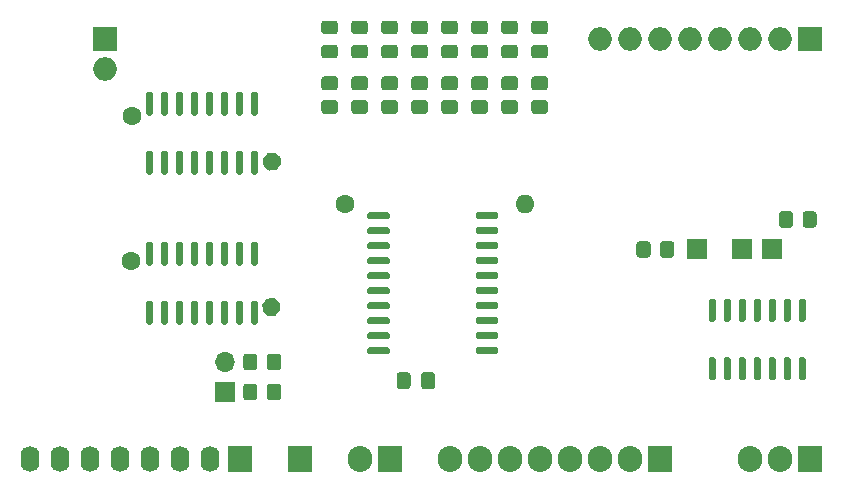
<source format=gbr>
%TF.GenerationSoftware,KiCad,Pcbnew,(5.1.8)-1*%
%TF.CreationDate,2024-03-21T22:45:28+03:00*%
%TF.ProjectId,Reg,5265672e-6b69-4636-9164-5f7063625858,rev?*%
%TF.SameCoordinates,Original*%
%TF.FileFunction,Soldermask,Top*%
%TF.FilePolarity,Negative*%
%FSLAX46Y46*%
G04 Gerber Fmt 4.6, Leading zero omitted, Abs format (unit mm)*
G04 Created by KiCad (PCBNEW (5.1.8)-1) date 2024-03-21 22:45:28*
%MOMM*%
%LPD*%
G01*
G04 APERTURE LIST*
%ADD10O,2.000000X2.000000*%
%ADD11R,2.000000X2.000000*%
%ADD12R,1.700000X1.700000*%
%ADD13O,1.600000X1.600000*%
%ADD14C,1.600000*%
%ADD15R,2.100000X2.200000*%
%ADD16O,1.600000X2.200000*%
%ADD17O,2.100000X2.200000*%
%ADD18O,1.700000X1.700000*%
G04 APERTURE END LIST*
D10*
%TO.C,J11*%
X101600000Y-17780000D03*
X104140000Y-17780000D03*
X106680000Y-17780000D03*
X109220000Y-17780000D03*
X111760000Y-17780000D03*
X114300000Y-17780000D03*
X116840000Y-17780000D03*
D11*
X119380000Y-17780000D03*
%TD*%
%TO.C,R13*%
G36*
G01*
X106715000Y-36010001D02*
X106715000Y-35109999D01*
G75*
G02*
X106964999Y-34860000I249999J0D01*
G01*
X107665001Y-34860000D01*
G75*
G02*
X107915000Y-35109999I0J-249999D01*
G01*
X107915000Y-36010001D01*
G75*
G02*
X107665001Y-36260000I-249999J0D01*
G01*
X106964999Y-36260000D01*
G75*
G02*
X106715000Y-36010001I0J249999D01*
G01*
G37*
G36*
G01*
X104715000Y-36010001D02*
X104715000Y-35109999D01*
G75*
G02*
X104964999Y-34860000I249999J0D01*
G01*
X105665001Y-34860000D01*
G75*
G02*
X105915000Y-35109999I0J-249999D01*
G01*
X105915000Y-36010001D01*
G75*
G02*
X105665001Y-36260000I-249999J0D01*
G01*
X104964999Y-36260000D01*
G75*
G02*
X104715000Y-36010001I0J249999D01*
G01*
G37*
%TD*%
D12*
%TO.C,J10*%
X113665000Y-35560000D03*
%TD*%
%TO.C,J9*%
X109855000Y-35560000D03*
%TD*%
%TO.C,R12*%
G36*
G01*
X117980000Y-32569999D02*
X117980000Y-33470001D01*
G75*
G02*
X117730001Y-33720000I-249999J0D01*
G01*
X117029999Y-33720000D01*
G75*
G02*
X116780000Y-33470001I0J249999D01*
G01*
X116780000Y-32569999D01*
G75*
G02*
X117029999Y-32320000I249999J0D01*
G01*
X117730001Y-32320000D01*
G75*
G02*
X117980000Y-32569999I0J-249999D01*
G01*
G37*
G36*
G01*
X119980000Y-32569999D02*
X119980000Y-33470001D01*
G75*
G02*
X119730001Y-33720000I-249999J0D01*
G01*
X119029999Y-33720000D01*
G75*
G02*
X118780000Y-33470001I0J249999D01*
G01*
X118780000Y-32569999D01*
G75*
G02*
X119029999Y-32320000I249999J0D01*
G01*
X119730001Y-32320000D01*
G75*
G02*
X119980000Y-32569999I0J-249999D01*
G01*
G37*
%TD*%
%TO.C,J8*%
X116205000Y-35560000D03*
%TD*%
%TO.C,R11*%
G36*
G01*
X73425000Y-45535001D02*
X73425000Y-44634999D01*
G75*
G02*
X73674999Y-44385000I249999J0D01*
G01*
X74375001Y-44385000D01*
G75*
G02*
X74625000Y-44634999I0J-249999D01*
G01*
X74625000Y-45535001D01*
G75*
G02*
X74375001Y-45785000I-249999J0D01*
G01*
X73674999Y-45785000D01*
G75*
G02*
X73425000Y-45535001I0J249999D01*
G01*
G37*
G36*
G01*
X71425000Y-45535001D02*
X71425000Y-44634999D01*
G75*
G02*
X71674999Y-44385000I249999J0D01*
G01*
X72375001Y-44385000D01*
G75*
G02*
X72625000Y-44634999I0J-249999D01*
G01*
X72625000Y-45535001D01*
G75*
G02*
X72375001Y-45785000I-249999J0D01*
G01*
X71674999Y-45785000D01*
G75*
G02*
X71425000Y-45535001I0J249999D01*
G01*
G37*
%TD*%
%TO.C,R10*%
G36*
G01*
X73425000Y-48075001D02*
X73425000Y-47174999D01*
G75*
G02*
X73674999Y-46925000I249999J0D01*
G01*
X74375001Y-46925000D01*
G75*
G02*
X74625000Y-47174999I0J-249999D01*
G01*
X74625000Y-48075001D01*
G75*
G02*
X74375001Y-48325000I-249999J0D01*
G01*
X73674999Y-48325000D01*
G75*
G02*
X73425000Y-48075001I0J249999D01*
G01*
G37*
G36*
G01*
X71425000Y-48075001D02*
X71425000Y-47174999D01*
G75*
G02*
X71674999Y-46925000I249999J0D01*
G01*
X72375001Y-46925000D01*
G75*
G02*
X72625000Y-47174999I0J-249999D01*
G01*
X72625000Y-48075001D01*
G75*
G02*
X72375001Y-48325000I-249999J0D01*
G01*
X71674999Y-48325000D01*
G75*
G02*
X71425000Y-48075001I0J249999D01*
G01*
G37*
%TD*%
D13*
%TO.C,R1*%
X95250000Y-31750000D03*
D14*
X80010000Y-31750000D03*
%TD*%
%TO.C,C3*%
G36*
G01*
X73039861Y-40191498D02*
X73039861Y-40191498D01*
G75*
G02*
X74047920Y-39677867I760845J-247214D01*
G01*
X74047920Y-39677867D01*
G75*
G02*
X74561551Y-40685926I-247214J-760845D01*
G01*
X74561551Y-40685926D01*
G75*
G02*
X73553492Y-41199557I-760845J247214D01*
G01*
X73553492Y-41199557D01*
G75*
G02*
X73039861Y-40191498I247214J760845D01*
G01*
G37*
X61912500Y-36576000D03*
%TD*%
%TO.C,C1*%
G36*
G01*
X73103361Y-27872498D02*
X73103361Y-27872498D01*
G75*
G02*
X74111420Y-27358867I760845J-247214D01*
G01*
X74111420Y-27358867D01*
G75*
G02*
X74625051Y-28366926I-247214J-760845D01*
G01*
X74625051Y-28366926D01*
G75*
G02*
X73616992Y-28880557I-760845J247214D01*
G01*
X73616992Y-28880557D01*
G75*
G02*
X73103361Y-27872498I247214J760845D01*
G01*
G37*
X61976000Y-24257000D03*
%TD*%
%TO.C,U4*%
G36*
G01*
X63650000Y-24217500D02*
X63350000Y-24217500D01*
G75*
G02*
X63200000Y-24067500I0J150000D01*
G01*
X63200000Y-22367500D01*
G75*
G02*
X63350000Y-22217500I150000J0D01*
G01*
X63650000Y-22217500D01*
G75*
G02*
X63800000Y-22367500I0J-150000D01*
G01*
X63800000Y-24067500D01*
G75*
G02*
X63650000Y-24217500I-150000J0D01*
G01*
G37*
G36*
G01*
X64920000Y-24217500D02*
X64620000Y-24217500D01*
G75*
G02*
X64470000Y-24067500I0J150000D01*
G01*
X64470000Y-22367500D01*
G75*
G02*
X64620000Y-22217500I150000J0D01*
G01*
X64920000Y-22217500D01*
G75*
G02*
X65070000Y-22367500I0J-150000D01*
G01*
X65070000Y-24067500D01*
G75*
G02*
X64920000Y-24217500I-150000J0D01*
G01*
G37*
G36*
G01*
X66190000Y-24217500D02*
X65890000Y-24217500D01*
G75*
G02*
X65740000Y-24067500I0J150000D01*
G01*
X65740000Y-22367500D01*
G75*
G02*
X65890000Y-22217500I150000J0D01*
G01*
X66190000Y-22217500D01*
G75*
G02*
X66340000Y-22367500I0J-150000D01*
G01*
X66340000Y-24067500D01*
G75*
G02*
X66190000Y-24217500I-150000J0D01*
G01*
G37*
G36*
G01*
X67460000Y-24217500D02*
X67160000Y-24217500D01*
G75*
G02*
X67010000Y-24067500I0J150000D01*
G01*
X67010000Y-22367500D01*
G75*
G02*
X67160000Y-22217500I150000J0D01*
G01*
X67460000Y-22217500D01*
G75*
G02*
X67610000Y-22367500I0J-150000D01*
G01*
X67610000Y-24067500D01*
G75*
G02*
X67460000Y-24217500I-150000J0D01*
G01*
G37*
G36*
G01*
X68730000Y-24217500D02*
X68430000Y-24217500D01*
G75*
G02*
X68280000Y-24067500I0J150000D01*
G01*
X68280000Y-22367500D01*
G75*
G02*
X68430000Y-22217500I150000J0D01*
G01*
X68730000Y-22217500D01*
G75*
G02*
X68880000Y-22367500I0J-150000D01*
G01*
X68880000Y-24067500D01*
G75*
G02*
X68730000Y-24217500I-150000J0D01*
G01*
G37*
G36*
G01*
X70000000Y-24217500D02*
X69700000Y-24217500D01*
G75*
G02*
X69550000Y-24067500I0J150000D01*
G01*
X69550000Y-22367500D01*
G75*
G02*
X69700000Y-22217500I150000J0D01*
G01*
X70000000Y-22217500D01*
G75*
G02*
X70150000Y-22367500I0J-150000D01*
G01*
X70150000Y-24067500D01*
G75*
G02*
X70000000Y-24217500I-150000J0D01*
G01*
G37*
G36*
G01*
X71270000Y-24217500D02*
X70970000Y-24217500D01*
G75*
G02*
X70820000Y-24067500I0J150000D01*
G01*
X70820000Y-22367500D01*
G75*
G02*
X70970000Y-22217500I150000J0D01*
G01*
X71270000Y-22217500D01*
G75*
G02*
X71420000Y-22367500I0J-150000D01*
G01*
X71420000Y-24067500D01*
G75*
G02*
X71270000Y-24217500I-150000J0D01*
G01*
G37*
G36*
G01*
X72540000Y-24217500D02*
X72240000Y-24217500D01*
G75*
G02*
X72090000Y-24067500I0J150000D01*
G01*
X72090000Y-22367500D01*
G75*
G02*
X72240000Y-22217500I150000J0D01*
G01*
X72540000Y-22217500D01*
G75*
G02*
X72690000Y-22367500I0J-150000D01*
G01*
X72690000Y-24067500D01*
G75*
G02*
X72540000Y-24217500I-150000J0D01*
G01*
G37*
G36*
G01*
X72540000Y-29217500D02*
X72240000Y-29217500D01*
G75*
G02*
X72090000Y-29067500I0J150000D01*
G01*
X72090000Y-27367500D01*
G75*
G02*
X72240000Y-27217500I150000J0D01*
G01*
X72540000Y-27217500D01*
G75*
G02*
X72690000Y-27367500I0J-150000D01*
G01*
X72690000Y-29067500D01*
G75*
G02*
X72540000Y-29217500I-150000J0D01*
G01*
G37*
G36*
G01*
X71270000Y-29217500D02*
X70970000Y-29217500D01*
G75*
G02*
X70820000Y-29067500I0J150000D01*
G01*
X70820000Y-27367500D01*
G75*
G02*
X70970000Y-27217500I150000J0D01*
G01*
X71270000Y-27217500D01*
G75*
G02*
X71420000Y-27367500I0J-150000D01*
G01*
X71420000Y-29067500D01*
G75*
G02*
X71270000Y-29217500I-150000J0D01*
G01*
G37*
G36*
G01*
X70000000Y-29217500D02*
X69700000Y-29217500D01*
G75*
G02*
X69550000Y-29067500I0J150000D01*
G01*
X69550000Y-27367500D01*
G75*
G02*
X69700000Y-27217500I150000J0D01*
G01*
X70000000Y-27217500D01*
G75*
G02*
X70150000Y-27367500I0J-150000D01*
G01*
X70150000Y-29067500D01*
G75*
G02*
X70000000Y-29217500I-150000J0D01*
G01*
G37*
G36*
G01*
X68730000Y-29217500D02*
X68430000Y-29217500D01*
G75*
G02*
X68280000Y-29067500I0J150000D01*
G01*
X68280000Y-27367500D01*
G75*
G02*
X68430000Y-27217500I150000J0D01*
G01*
X68730000Y-27217500D01*
G75*
G02*
X68880000Y-27367500I0J-150000D01*
G01*
X68880000Y-29067500D01*
G75*
G02*
X68730000Y-29217500I-150000J0D01*
G01*
G37*
G36*
G01*
X67460000Y-29217500D02*
X67160000Y-29217500D01*
G75*
G02*
X67010000Y-29067500I0J150000D01*
G01*
X67010000Y-27367500D01*
G75*
G02*
X67160000Y-27217500I150000J0D01*
G01*
X67460000Y-27217500D01*
G75*
G02*
X67610000Y-27367500I0J-150000D01*
G01*
X67610000Y-29067500D01*
G75*
G02*
X67460000Y-29217500I-150000J0D01*
G01*
G37*
G36*
G01*
X66190000Y-29217500D02*
X65890000Y-29217500D01*
G75*
G02*
X65740000Y-29067500I0J150000D01*
G01*
X65740000Y-27367500D01*
G75*
G02*
X65890000Y-27217500I150000J0D01*
G01*
X66190000Y-27217500D01*
G75*
G02*
X66340000Y-27367500I0J-150000D01*
G01*
X66340000Y-29067500D01*
G75*
G02*
X66190000Y-29217500I-150000J0D01*
G01*
G37*
G36*
G01*
X64920000Y-29217500D02*
X64620000Y-29217500D01*
G75*
G02*
X64470000Y-29067500I0J150000D01*
G01*
X64470000Y-27367500D01*
G75*
G02*
X64620000Y-27217500I150000J0D01*
G01*
X64920000Y-27217500D01*
G75*
G02*
X65070000Y-27367500I0J-150000D01*
G01*
X65070000Y-29067500D01*
G75*
G02*
X64920000Y-29217500I-150000J0D01*
G01*
G37*
G36*
G01*
X63650000Y-29217500D02*
X63350000Y-29217500D01*
G75*
G02*
X63200000Y-29067500I0J150000D01*
G01*
X63200000Y-27367500D01*
G75*
G02*
X63350000Y-27217500I150000J0D01*
G01*
X63650000Y-27217500D01*
G75*
G02*
X63800000Y-27367500I0J-150000D01*
G01*
X63800000Y-29067500D01*
G75*
G02*
X63650000Y-29217500I-150000J0D01*
G01*
G37*
%TD*%
%TO.C,U1*%
G36*
G01*
X63650000Y-36917500D02*
X63350000Y-36917500D01*
G75*
G02*
X63200000Y-36767500I0J150000D01*
G01*
X63200000Y-35067500D01*
G75*
G02*
X63350000Y-34917500I150000J0D01*
G01*
X63650000Y-34917500D01*
G75*
G02*
X63800000Y-35067500I0J-150000D01*
G01*
X63800000Y-36767500D01*
G75*
G02*
X63650000Y-36917500I-150000J0D01*
G01*
G37*
G36*
G01*
X64920000Y-36917500D02*
X64620000Y-36917500D01*
G75*
G02*
X64470000Y-36767500I0J150000D01*
G01*
X64470000Y-35067500D01*
G75*
G02*
X64620000Y-34917500I150000J0D01*
G01*
X64920000Y-34917500D01*
G75*
G02*
X65070000Y-35067500I0J-150000D01*
G01*
X65070000Y-36767500D01*
G75*
G02*
X64920000Y-36917500I-150000J0D01*
G01*
G37*
G36*
G01*
X66190000Y-36917500D02*
X65890000Y-36917500D01*
G75*
G02*
X65740000Y-36767500I0J150000D01*
G01*
X65740000Y-35067500D01*
G75*
G02*
X65890000Y-34917500I150000J0D01*
G01*
X66190000Y-34917500D01*
G75*
G02*
X66340000Y-35067500I0J-150000D01*
G01*
X66340000Y-36767500D01*
G75*
G02*
X66190000Y-36917500I-150000J0D01*
G01*
G37*
G36*
G01*
X67460000Y-36917500D02*
X67160000Y-36917500D01*
G75*
G02*
X67010000Y-36767500I0J150000D01*
G01*
X67010000Y-35067500D01*
G75*
G02*
X67160000Y-34917500I150000J0D01*
G01*
X67460000Y-34917500D01*
G75*
G02*
X67610000Y-35067500I0J-150000D01*
G01*
X67610000Y-36767500D01*
G75*
G02*
X67460000Y-36917500I-150000J0D01*
G01*
G37*
G36*
G01*
X68730000Y-36917500D02*
X68430000Y-36917500D01*
G75*
G02*
X68280000Y-36767500I0J150000D01*
G01*
X68280000Y-35067500D01*
G75*
G02*
X68430000Y-34917500I150000J0D01*
G01*
X68730000Y-34917500D01*
G75*
G02*
X68880000Y-35067500I0J-150000D01*
G01*
X68880000Y-36767500D01*
G75*
G02*
X68730000Y-36917500I-150000J0D01*
G01*
G37*
G36*
G01*
X70000000Y-36917500D02*
X69700000Y-36917500D01*
G75*
G02*
X69550000Y-36767500I0J150000D01*
G01*
X69550000Y-35067500D01*
G75*
G02*
X69700000Y-34917500I150000J0D01*
G01*
X70000000Y-34917500D01*
G75*
G02*
X70150000Y-35067500I0J-150000D01*
G01*
X70150000Y-36767500D01*
G75*
G02*
X70000000Y-36917500I-150000J0D01*
G01*
G37*
G36*
G01*
X71270000Y-36917500D02*
X70970000Y-36917500D01*
G75*
G02*
X70820000Y-36767500I0J150000D01*
G01*
X70820000Y-35067500D01*
G75*
G02*
X70970000Y-34917500I150000J0D01*
G01*
X71270000Y-34917500D01*
G75*
G02*
X71420000Y-35067500I0J-150000D01*
G01*
X71420000Y-36767500D01*
G75*
G02*
X71270000Y-36917500I-150000J0D01*
G01*
G37*
G36*
G01*
X72540000Y-36917500D02*
X72240000Y-36917500D01*
G75*
G02*
X72090000Y-36767500I0J150000D01*
G01*
X72090000Y-35067500D01*
G75*
G02*
X72240000Y-34917500I150000J0D01*
G01*
X72540000Y-34917500D01*
G75*
G02*
X72690000Y-35067500I0J-150000D01*
G01*
X72690000Y-36767500D01*
G75*
G02*
X72540000Y-36917500I-150000J0D01*
G01*
G37*
G36*
G01*
X72540000Y-41917500D02*
X72240000Y-41917500D01*
G75*
G02*
X72090000Y-41767500I0J150000D01*
G01*
X72090000Y-40067500D01*
G75*
G02*
X72240000Y-39917500I150000J0D01*
G01*
X72540000Y-39917500D01*
G75*
G02*
X72690000Y-40067500I0J-150000D01*
G01*
X72690000Y-41767500D01*
G75*
G02*
X72540000Y-41917500I-150000J0D01*
G01*
G37*
G36*
G01*
X71270000Y-41917500D02*
X70970000Y-41917500D01*
G75*
G02*
X70820000Y-41767500I0J150000D01*
G01*
X70820000Y-40067500D01*
G75*
G02*
X70970000Y-39917500I150000J0D01*
G01*
X71270000Y-39917500D01*
G75*
G02*
X71420000Y-40067500I0J-150000D01*
G01*
X71420000Y-41767500D01*
G75*
G02*
X71270000Y-41917500I-150000J0D01*
G01*
G37*
G36*
G01*
X70000000Y-41917500D02*
X69700000Y-41917500D01*
G75*
G02*
X69550000Y-41767500I0J150000D01*
G01*
X69550000Y-40067500D01*
G75*
G02*
X69700000Y-39917500I150000J0D01*
G01*
X70000000Y-39917500D01*
G75*
G02*
X70150000Y-40067500I0J-150000D01*
G01*
X70150000Y-41767500D01*
G75*
G02*
X70000000Y-41917500I-150000J0D01*
G01*
G37*
G36*
G01*
X68730000Y-41917500D02*
X68430000Y-41917500D01*
G75*
G02*
X68280000Y-41767500I0J150000D01*
G01*
X68280000Y-40067500D01*
G75*
G02*
X68430000Y-39917500I150000J0D01*
G01*
X68730000Y-39917500D01*
G75*
G02*
X68880000Y-40067500I0J-150000D01*
G01*
X68880000Y-41767500D01*
G75*
G02*
X68730000Y-41917500I-150000J0D01*
G01*
G37*
G36*
G01*
X67460000Y-41917500D02*
X67160000Y-41917500D01*
G75*
G02*
X67010000Y-41767500I0J150000D01*
G01*
X67010000Y-40067500D01*
G75*
G02*
X67160000Y-39917500I150000J0D01*
G01*
X67460000Y-39917500D01*
G75*
G02*
X67610000Y-40067500I0J-150000D01*
G01*
X67610000Y-41767500D01*
G75*
G02*
X67460000Y-41917500I-150000J0D01*
G01*
G37*
G36*
G01*
X66190000Y-41917500D02*
X65890000Y-41917500D01*
G75*
G02*
X65740000Y-41767500I0J150000D01*
G01*
X65740000Y-40067500D01*
G75*
G02*
X65890000Y-39917500I150000J0D01*
G01*
X66190000Y-39917500D01*
G75*
G02*
X66340000Y-40067500I0J-150000D01*
G01*
X66340000Y-41767500D01*
G75*
G02*
X66190000Y-41917500I-150000J0D01*
G01*
G37*
G36*
G01*
X64920000Y-41917500D02*
X64620000Y-41917500D01*
G75*
G02*
X64470000Y-41767500I0J150000D01*
G01*
X64470000Y-40067500D01*
G75*
G02*
X64620000Y-39917500I150000J0D01*
G01*
X64920000Y-39917500D01*
G75*
G02*
X65070000Y-40067500I0J-150000D01*
G01*
X65070000Y-41767500D01*
G75*
G02*
X64920000Y-41917500I-150000J0D01*
G01*
G37*
G36*
G01*
X63650000Y-41917500D02*
X63350000Y-41917500D01*
G75*
G02*
X63200000Y-41767500I0J150000D01*
G01*
X63200000Y-40067500D01*
G75*
G02*
X63350000Y-39917500I150000J0D01*
G01*
X63650000Y-39917500D01*
G75*
G02*
X63800000Y-40067500I0J-150000D01*
G01*
X63800000Y-41767500D01*
G75*
G02*
X63650000Y-41917500I-150000J0D01*
G01*
G37*
%TD*%
%TO.C,C2*%
G36*
G01*
X85592500Y-46197500D02*
X85592500Y-47147500D01*
G75*
G02*
X85342500Y-47397500I-250000J0D01*
G01*
X84667500Y-47397500D01*
G75*
G02*
X84417500Y-47147500I0J250000D01*
G01*
X84417500Y-46197500D01*
G75*
G02*
X84667500Y-45947500I250000J0D01*
G01*
X85342500Y-45947500D01*
G75*
G02*
X85592500Y-46197500I0J-250000D01*
G01*
G37*
G36*
G01*
X87667500Y-46197500D02*
X87667500Y-47147500D01*
G75*
G02*
X87417500Y-47397500I-250000J0D01*
G01*
X86742500Y-47397500D01*
G75*
G02*
X86492500Y-47147500I0J250000D01*
G01*
X86492500Y-46197500D01*
G75*
G02*
X86742500Y-45947500I250000J0D01*
G01*
X87417500Y-45947500D01*
G75*
G02*
X87667500Y-46197500I0J-250000D01*
G01*
G37*
%TD*%
%TO.C,R9*%
G36*
G01*
X96970001Y-22095000D02*
X96069999Y-22095000D01*
G75*
G02*
X95820000Y-21845001I0J249999D01*
G01*
X95820000Y-21144999D01*
G75*
G02*
X96069999Y-20895000I249999J0D01*
G01*
X96970001Y-20895000D01*
G75*
G02*
X97220000Y-21144999I0J-249999D01*
G01*
X97220000Y-21845001D01*
G75*
G02*
X96970001Y-22095000I-249999J0D01*
G01*
G37*
G36*
G01*
X96970001Y-24095000D02*
X96069999Y-24095000D01*
G75*
G02*
X95820000Y-23845001I0J249999D01*
G01*
X95820000Y-23144999D01*
G75*
G02*
X96069999Y-22895000I249999J0D01*
G01*
X96970001Y-22895000D01*
G75*
G02*
X97220000Y-23144999I0J-249999D01*
G01*
X97220000Y-23845001D01*
G75*
G02*
X96970001Y-24095000I-249999J0D01*
G01*
G37*
%TD*%
%TO.C,R8*%
G36*
G01*
X94430001Y-22095000D02*
X93529999Y-22095000D01*
G75*
G02*
X93280000Y-21845001I0J249999D01*
G01*
X93280000Y-21144999D01*
G75*
G02*
X93529999Y-20895000I249999J0D01*
G01*
X94430001Y-20895000D01*
G75*
G02*
X94680000Y-21144999I0J-249999D01*
G01*
X94680000Y-21845001D01*
G75*
G02*
X94430001Y-22095000I-249999J0D01*
G01*
G37*
G36*
G01*
X94430001Y-24095000D02*
X93529999Y-24095000D01*
G75*
G02*
X93280000Y-23845001I0J249999D01*
G01*
X93280000Y-23144999D01*
G75*
G02*
X93529999Y-22895000I249999J0D01*
G01*
X94430001Y-22895000D01*
G75*
G02*
X94680000Y-23144999I0J-249999D01*
G01*
X94680000Y-23845001D01*
G75*
G02*
X94430001Y-24095000I-249999J0D01*
G01*
G37*
%TD*%
%TO.C,R7*%
G36*
G01*
X91890001Y-22095000D02*
X90989999Y-22095000D01*
G75*
G02*
X90740000Y-21845001I0J249999D01*
G01*
X90740000Y-21144999D01*
G75*
G02*
X90989999Y-20895000I249999J0D01*
G01*
X91890001Y-20895000D01*
G75*
G02*
X92140000Y-21144999I0J-249999D01*
G01*
X92140000Y-21845001D01*
G75*
G02*
X91890001Y-22095000I-249999J0D01*
G01*
G37*
G36*
G01*
X91890001Y-24095000D02*
X90989999Y-24095000D01*
G75*
G02*
X90740000Y-23845001I0J249999D01*
G01*
X90740000Y-23144999D01*
G75*
G02*
X90989999Y-22895000I249999J0D01*
G01*
X91890001Y-22895000D01*
G75*
G02*
X92140000Y-23144999I0J-249999D01*
G01*
X92140000Y-23845001D01*
G75*
G02*
X91890001Y-24095000I-249999J0D01*
G01*
G37*
%TD*%
%TO.C,R6*%
G36*
G01*
X89350001Y-22095000D02*
X88449999Y-22095000D01*
G75*
G02*
X88200000Y-21845001I0J249999D01*
G01*
X88200000Y-21144999D01*
G75*
G02*
X88449999Y-20895000I249999J0D01*
G01*
X89350001Y-20895000D01*
G75*
G02*
X89600000Y-21144999I0J-249999D01*
G01*
X89600000Y-21845001D01*
G75*
G02*
X89350001Y-22095000I-249999J0D01*
G01*
G37*
G36*
G01*
X89350001Y-24095000D02*
X88449999Y-24095000D01*
G75*
G02*
X88200000Y-23845001I0J249999D01*
G01*
X88200000Y-23144999D01*
G75*
G02*
X88449999Y-22895000I249999J0D01*
G01*
X89350001Y-22895000D01*
G75*
G02*
X89600000Y-23144999I0J-249999D01*
G01*
X89600000Y-23845001D01*
G75*
G02*
X89350001Y-24095000I-249999J0D01*
G01*
G37*
%TD*%
%TO.C,R5*%
G36*
G01*
X86810001Y-22095000D02*
X85909999Y-22095000D01*
G75*
G02*
X85660000Y-21845001I0J249999D01*
G01*
X85660000Y-21144999D01*
G75*
G02*
X85909999Y-20895000I249999J0D01*
G01*
X86810001Y-20895000D01*
G75*
G02*
X87060000Y-21144999I0J-249999D01*
G01*
X87060000Y-21845001D01*
G75*
G02*
X86810001Y-22095000I-249999J0D01*
G01*
G37*
G36*
G01*
X86810001Y-24095000D02*
X85909999Y-24095000D01*
G75*
G02*
X85660000Y-23845001I0J249999D01*
G01*
X85660000Y-23144999D01*
G75*
G02*
X85909999Y-22895000I249999J0D01*
G01*
X86810001Y-22895000D01*
G75*
G02*
X87060000Y-23144999I0J-249999D01*
G01*
X87060000Y-23845001D01*
G75*
G02*
X86810001Y-24095000I-249999J0D01*
G01*
G37*
%TD*%
%TO.C,R4*%
G36*
G01*
X84270001Y-22095000D02*
X83369999Y-22095000D01*
G75*
G02*
X83120000Y-21845001I0J249999D01*
G01*
X83120000Y-21144999D01*
G75*
G02*
X83369999Y-20895000I249999J0D01*
G01*
X84270001Y-20895000D01*
G75*
G02*
X84520000Y-21144999I0J-249999D01*
G01*
X84520000Y-21845001D01*
G75*
G02*
X84270001Y-22095000I-249999J0D01*
G01*
G37*
G36*
G01*
X84270001Y-24095000D02*
X83369999Y-24095000D01*
G75*
G02*
X83120000Y-23845001I0J249999D01*
G01*
X83120000Y-23144999D01*
G75*
G02*
X83369999Y-22895000I249999J0D01*
G01*
X84270001Y-22895000D01*
G75*
G02*
X84520000Y-23144999I0J-249999D01*
G01*
X84520000Y-23845001D01*
G75*
G02*
X84270001Y-24095000I-249999J0D01*
G01*
G37*
%TD*%
%TO.C,R3*%
G36*
G01*
X81730001Y-22095000D02*
X80829999Y-22095000D01*
G75*
G02*
X80580000Y-21845001I0J249999D01*
G01*
X80580000Y-21144999D01*
G75*
G02*
X80829999Y-20895000I249999J0D01*
G01*
X81730001Y-20895000D01*
G75*
G02*
X81980000Y-21144999I0J-249999D01*
G01*
X81980000Y-21845001D01*
G75*
G02*
X81730001Y-22095000I-249999J0D01*
G01*
G37*
G36*
G01*
X81730001Y-24095000D02*
X80829999Y-24095000D01*
G75*
G02*
X80580000Y-23845001I0J249999D01*
G01*
X80580000Y-23144999D01*
G75*
G02*
X80829999Y-22895000I249999J0D01*
G01*
X81730001Y-22895000D01*
G75*
G02*
X81980000Y-23144999I0J-249999D01*
G01*
X81980000Y-23845001D01*
G75*
G02*
X81730001Y-24095000I-249999J0D01*
G01*
G37*
%TD*%
%TO.C,R2*%
G36*
G01*
X79190001Y-22095000D02*
X78289999Y-22095000D01*
G75*
G02*
X78040000Y-21845001I0J249999D01*
G01*
X78040000Y-21144999D01*
G75*
G02*
X78289999Y-20895000I249999J0D01*
G01*
X79190001Y-20895000D01*
G75*
G02*
X79440000Y-21144999I0J-249999D01*
G01*
X79440000Y-21845001D01*
G75*
G02*
X79190001Y-22095000I-249999J0D01*
G01*
G37*
G36*
G01*
X79190001Y-24095000D02*
X78289999Y-24095000D01*
G75*
G02*
X78040000Y-23845001I0J249999D01*
G01*
X78040000Y-23144999D01*
G75*
G02*
X78289999Y-22895000I249999J0D01*
G01*
X79190001Y-22895000D01*
G75*
G02*
X79440000Y-23144999I0J-249999D01*
G01*
X79440000Y-23845001D01*
G75*
G02*
X79190001Y-24095000I-249999J0D01*
G01*
G37*
%TD*%
%TO.C,D8*%
G36*
G01*
X96069999Y-18230000D02*
X96970001Y-18230000D01*
G75*
G02*
X97220000Y-18479999I0J-249999D01*
G01*
X97220000Y-19130001D01*
G75*
G02*
X96970001Y-19380000I-249999J0D01*
G01*
X96069999Y-19380000D01*
G75*
G02*
X95820000Y-19130001I0J249999D01*
G01*
X95820000Y-18479999D01*
G75*
G02*
X96069999Y-18230000I249999J0D01*
G01*
G37*
G36*
G01*
X96069999Y-16180000D02*
X96970001Y-16180000D01*
G75*
G02*
X97220000Y-16429999I0J-249999D01*
G01*
X97220000Y-17080001D01*
G75*
G02*
X96970001Y-17330000I-249999J0D01*
G01*
X96069999Y-17330000D01*
G75*
G02*
X95820000Y-17080001I0J249999D01*
G01*
X95820000Y-16429999D01*
G75*
G02*
X96069999Y-16180000I249999J0D01*
G01*
G37*
%TD*%
%TO.C,D7*%
G36*
G01*
X93529999Y-18230000D02*
X94430001Y-18230000D01*
G75*
G02*
X94680000Y-18479999I0J-249999D01*
G01*
X94680000Y-19130001D01*
G75*
G02*
X94430001Y-19380000I-249999J0D01*
G01*
X93529999Y-19380000D01*
G75*
G02*
X93280000Y-19130001I0J249999D01*
G01*
X93280000Y-18479999D01*
G75*
G02*
X93529999Y-18230000I249999J0D01*
G01*
G37*
G36*
G01*
X93529999Y-16180000D02*
X94430001Y-16180000D01*
G75*
G02*
X94680000Y-16429999I0J-249999D01*
G01*
X94680000Y-17080001D01*
G75*
G02*
X94430001Y-17330000I-249999J0D01*
G01*
X93529999Y-17330000D01*
G75*
G02*
X93280000Y-17080001I0J249999D01*
G01*
X93280000Y-16429999D01*
G75*
G02*
X93529999Y-16180000I249999J0D01*
G01*
G37*
%TD*%
%TO.C,D6*%
G36*
G01*
X90989999Y-18230000D02*
X91890001Y-18230000D01*
G75*
G02*
X92140000Y-18479999I0J-249999D01*
G01*
X92140000Y-19130001D01*
G75*
G02*
X91890001Y-19380000I-249999J0D01*
G01*
X90989999Y-19380000D01*
G75*
G02*
X90740000Y-19130001I0J249999D01*
G01*
X90740000Y-18479999D01*
G75*
G02*
X90989999Y-18230000I249999J0D01*
G01*
G37*
G36*
G01*
X90989999Y-16180000D02*
X91890001Y-16180000D01*
G75*
G02*
X92140000Y-16429999I0J-249999D01*
G01*
X92140000Y-17080001D01*
G75*
G02*
X91890001Y-17330000I-249999J0D01*
G01*
X90989999Y-17330000D01*
G75*
G02*
X90740000Y-17080001I0J249999D01*
G01*
X90740000Y-16429999D01*
G75*
G02*
X90989999Y-16180000I249999J0D01*
G01*
G37*
%TD*%
%TO.C,D5*%
G36*
G01*
X88449999Y-18230000D02*
X89350001Y-18230000D01*
G75*
G02*
X89600000Y-18479999I0J-249999D01*
G01*
X89600000Y-19130001D01*
G75*
G02*
X89350001Y-19380000I-249999J0D01*
G01*
X88449999Y-19380000D01*
G75*
G02*
X88200000Y-19130001I0J249999D01*
G01*
X88200000Y-18479999D01*
G75*
G02*
X88449999Y-18230000I249999J0D01*
G01*
G37*
G36*
G01*
X88449999Y-16180000D02*
X89350001Y-16180000D01*
G75*
G02*
X89600000Y-16429999I0J-249999D01*
G01*
X89600000Y-17080001D01*
G75*
G02*
X89350001Y-17330000I-249999J0D01*
G01*
X88449999Y-17330000D01*
G75*
G02*
X88200000Y-17080001I0J249999D01*
G01*
X88200000Y-16429999D01*
G75*
G02*
X88449999Y-16180000I249999J0D01*
G01*
G37*
%TD*%
%TO.C,D4*%
G36*
G01*
X85909999Y-18230000D02*
X86810001Y-18230000D01*
G75*
G02*
X87060000Y-18479999I0J-249999D01*
G01*
X87060000Y-19130001D01*
G75*
G02*
X86810001Y-19380000I-249999J0D01*
G01*
X85909999Y-19380000D01*
G75*
G02*
X85660000Y-19130001I0J249999D01*
G01*
X85660000Y-18479999D01*
G75*
G02*
X85909999Y-18230000I249999J0D01*
G01*
G37*
G36*
G01*
X85909999Y-16180000D02*
X86810001Y-16180000D01*
G75*
G02*
X87060000Y-16429999I0J-249999D01*
G01*
X87060000Y-17080001D01*
G75*
G02*
X86810001Y-17330000I-249999J0D01*
G01*
X85909999Y-17330000D01*
G75*
G02*
X85660000Y-17080001I0J249999D01*
G01*
X85660000Y-16429999D01*
G75*
G02*
X85909999Y-16180000I249999J0D01*
G01*
G37*
%TD*%
%TO.C,D3*%
G36*
G01*
X83369999Y-18230000D02*
X84270001Y-18230000D01*
G75*
G02*
X84520000Y-18479999I0J-249999D01*
G01*
X84520000Y-19130001D01*
G75*
G02*
X84270001Y-19380000I-249999J0D01*
G01*
X83369999Y-19380000D01*
G75*
G02*
X83120000Y-19130001I0J249999D01*
G01*
X83120000Y-18479999D01*
G75*
G02*
X83369999Y-18230000I249999J0D01*
G01*
G37*
G36*
G01*
X83369999Y-16180000D02*
X84270001Y-16180000D01*
G75*
G02*
X84520000Y-16429999I0J-249999D01*
G01*
X84520000Y-17080001D01*
G75*
G02*
X84270001Y-17330000I-249999J0D01*
G01*
X83369999Y-17330000D01*
G75*
G02*
X83120000Y-17080001I0J249999D01*
G01*
X83120000Y-16429999D01*
G75*
G02*
X83369999Y-16180000I249999J0D01*
G01*
G37*
%TD*%
%TO.C,D2*%
G36*
G01*
X80829999Y-18230000D02*
X81730001Y-18230000D01*
G75*
G02*
X81980000Y-18479999I0J-249999D01*
G01*
X81980000Y-19130001D01*
G75*
G02*
X81730001Y-19380000I-249999J0D01*
G01*
X80829999Y-19380000D01*
G75*
G02*
X80580000Y-19130001I0J249999D01*
G01*
X80580000Y-18479999D01*
G75*
G02*
X80829999Y-18230000I249999J0D01*
G01*
G37*
G36*
G01*
X80829999Y-16180000D02*
X81730001Y-16180000D01*
G75*
G02*
X81980000Y-16429999I0J-249999D01*
G01*
X81980000Y-17080001D01*
G75*
G02*
X81730001Y-17330000I-249999J0D01*
G01*
X80829999Y-17330000D01*
G75*
G02*
X80580000Y-17080001I0J249999D01*
G01*
X80580000Y-16429999D01*
G75*
G02*
X80829999Y-16180000I249999J0D01*
G01*
G37*
%TD*%
%TO.C,D1*%
G36*
G01*
X78289999Y-18230000D02*
X79190001Y-18230000D01*
G75*
G02*
X79440000Y-18479999I0J-249999D01*
G01*
X79440000Y-19130001D01*
G75*
G02*
X79190001Y-19380000I-249999J0D01*
G01*
X78289999Y-19380000D01*
G75*
G02*
X78040000Y-19130001I0J249999D01*
G01*
X78040000Y-18479999D01*
G75*
G02*
X78289999Y-18230000I249999J0D01*
G01*
G37*
G36*
G01*
X78289999Y-16180000D02*
X79190001Y-16180000D01*
G75*
G02*
X79440000Y-16429999I0J-249999D01*
G01*
X79440000Y-17080001D01*
G75*
G02*
X79190001Y-17330000I-249999J0D01*
G01*
X78289999Y-17330000D01*
G75*
G02*
X78040000Y-17080001I0J249999D01*
G01*
X78040000Y-16429999D01*
G75*
G02*
X78289999Y-16180000I249999J0D01*
G01*
G37*
%TD*%
D15*
%TO.C,J1*%
X71120000Y-53340000D03*
D16*
X68580000Y-53340000D03*
X66040000Y-53340000D03*
X63500000Y-53340000D03*
X60960000Y-53340000D03*
X58420000Y-53340000D03*
X55880000Y-53340000D03*
X53340000Y-53340000D03*
%TD*%
D17*
%TO.C,J2*%
X88900000Y-53340000D03*
X91440000Y-53340000D03*
X93980000Y-53340000D03*
X96520000Y-53340000D03*
X99060000Y-53340000D03*
X101600000Y-53340000D03*
X104140000Y-53340000D03*
D15*
X106680000Y-53340000D03*
%TD*%
%TO.C,J3*%
X83820000Y-53340000D03*
D17*
X81280000Y-53340000D03*
%TD*%
%TO.C,U3*%
G36*
G01*
X111275000Y-46630000D02*
X110975000Y-46630000D01*
G75*
G02*
X110825000Y-46480000I0J150000D01*
G01*
X110825000Y-44830000D01*
G75*
G02*
X110975000Y-44680000I150000J0D01*
G01*
X111275000Y-44680000D01*
G75*
G02*
X111425000Y-44830000I0J-150000D01*
G01*
X111425000Y-46480000D01*
G75*
G02*
X111275000Y-46630000I-150000J0D01*
G01*
G37*
G36*
G01*
X112545000Y-46630000D02*
X112245000Y-46630000D01*
G75*
G02*
X112095000Y-46480000I0J150000D01*
G01*
X112095000Y-44830000D01*
G75*
G02*
X112245000Y-44680000I150000J0D01*
G01*
X112545000Y-44680000D01*
G75*
G02*
X112695000Y-44830000I0J-150000D01*
G01*
X112695000Y-46480000D01*
G75*
G02*
X112545000Y-46630000I-150000J0D01*
G01*
G37*
G36*
G01*
X113815000Y-46630000D02*
X113515000Y-46630000D01*
G75*
G02*
X113365000Y-46480000I0J150000D01*
G01*
X113365000Y-44830000D01*
G75*
G02*
X113515000Y-44680000I150000J0D01*
G01*
X113815000Y-44680000D01*
G75*
G02*
X113965000Y-44830000I0J-150000D01*
G01*
X113965000Y-46480000D01*
G75*
G02*
X113815000Y-46630000I-150000J0D01*
G01*
G37*
G36*
G01*
X115085000Y-46630000D02*
X114785000Y-46630000D01*
G75*
G02*
X114635000Y-46480000I0J150000D01*
G01*
X114635000Y-44830000D01*
G75*
G02*
X114785000Y-44680000I150000J0D01*
G01*
X115085000Y-44680000D01*
G75*
G02*
X115235000Y-44830000I0J-150000D01*
G01*
X115235000Y-46480000D01*
G75*
G02*
X115085000Y-46630000I-150000J0D01*
G01*
G37*
G36*
G01*
X116355000Y-46630000D02*
X116055000Y-46630000D01*
G75*
G02*
X115905000Y-46480000I0J150000D01*
G01*
X115905000Y-44830000D01*
G75*
G02*
X116055000Y-44680000I150000J0D01*
G01*
X116355000Y-44680000D01*
G75*
G02*
X116505000Y-44830000I0J-150000D01*
G01*
X116505000Y-46480000D01*
G75*
G02*
X116355000Y-46630000I-150000J0D01*
G01*
G37*
G36*
G01*
X117625000Y-46630000D02*
X117325000Y-46630000D01*
G75*
G02*
X117175000Y-46480000I0J150000D01*
G01*
X117175000Y-44830000D01*
G75*
G02*
X117325000Y-44680000I150000J0D01*
G01*
X117625000Y-44680000D01*
G75*
G02*
X117775000Y-44830000I0J-150000D01*
G01*
X117775000Y-46480000D01*
G75*
G02*
X117625000Y-46630000I-150000J0D01*
G01*
G37*
G36*
G01*
X118895000Y-46630000D02*
X118595000Y-46630000D01*
G75*
G02*
X118445000Y-46480000I0J150000D01*
G01*
X118445000Y-44830000D01*
G75*
G02*
X118595000Y-44680000I150000J0D01*
G01*
X118895000Y-44680000D01*
G75*
G02*
X119045000Y-44830000I0J-150000D01*
G01*
X119045000Y-46480000D01*
G75*
G02*
X118895000Y-46630000I-150000J0D01*
G01*
G37*
G36*
G01*
X118895000Y-41680000D02*
X118595000Y-41680000D01*
G75*
G02*
X118445000Y-41530000I0J150000D01*
G01*
X118445000Y-39880000D01*
G75*
G02*
X118595000Y-39730000I150000J0D01*
G01*
X118895000Y-39730000D01*
G75*
G02*
X119045000Y-39880000I0J-150000D01*
G01*
X119045000Y-41530000D01*
G75*
G02*
X118895000Y-41680000I-150000J0D01*
G01*
G37*
G36*
G01*
X117625000Y-41680000D02*
X117325000Y-41680000D01*
G75*
G02*
X117175000Y-41530000I0J150000D01*
G01*
X117175000Y-39880000D01*
G75*
G02*
X117325000Y-39730000I150000J0D01*
G01*
X117625000Y-39730000D01*
G75*
G02*
X117775000Y-39880000I0J-150000D01*
G01*
X117775000Y-41530000D01*
G75*
G02*
X117625000Y-41680000I-150000J0D01*
G01*
G37*
G36*
G01*
X116355000Y-41680000D02*
X116055000Y-41680000D01*
G75*
G02*
X115905000Y-41530000I0J150000D01*
G01*
X115905000Y-39880000D01*
G75*
G02*
X116055000Y-39730000I150000J0D01*
G01*
X116355000Y-39730000D01*
G75*
G02*
X116505000Y-39880000I0J-150000D01*
G01*
X116505000Y-41530000D01*
G75*
G02*
X116355000Y-41680000I-150000J0D01*
G01*
G37*
G36*
G01*
X115085000Y-41680000D02*
X114785000Y-41680000D01*
G75*
G02*
X114635000Y-41530000I0J150000D01*
G01*
X114635000Y-39880000D01*
G75*
G02*
X114785000Y-39730000I150000J0D01*
G01*
X115085000Y-39730000D01*
G75*
G02*
X115235000Y-39880000I0J-150000D01*
G01*
X115235000Y-41530000D01*
G75*
G02*
X115085000Y-41680000I-150000J0D01*
G01*
G37*
G36*
G01*
X113815000Y-41680000D02*
X113515000Y-41680000D01*
G75*
G02*
X113365000Y-41530000I0J150000D01*
G01*
X113365000Y-39880000D01*
G75*
G02*
X113515000Y-39730000I150000J0D01*
G01*
X113815000Y-39730000D01*
G75*
G02*
X113965000Y-39880000I0J-150000D01*
G01*
X113965000Y-41530000D01*
G75*
G02*
X113815000Y-41680000I-150000J0D01*
G01*
G37*
G36*
G01*
X112545000Y-41680000D02*
X112245000Y-41680000D01*
G75*
G02*
X112095000Y-41530000I0J150000D01*
G01*
X112095000Y-39880000D01*
G75*
G02*
X112245000Y-39730000I150000J0D01*
G01*
X112545000Y-39730000D01*
G75*
G02*
X112695000Y-39880000I0J-150000D01*
G01*
X112695000Y-41530000D01*
G75*
G02*
X112545000Y-41680000I-150000J0D01*
G01*
G37*
G36*
G01*
X111275000Y-41680000D02*
X110975000Y-41680000D01*
G75*
G02*
X110825000Y-41530000I0J150000D01*
G01*
X110825000Y-39880000D01*
G75*
G02*
X110975000Y-39730000I150000J0D01*
G01*
X111275000Y-39730000D01*
G75*
G02*
X111425000Y-39880000I0J-150000D01*
G01*
X111425000Y-41530000D01*
G75*
G02*
X111275000Y-41680000I-150000J0D01*
G01*
G37*
%TD*%
%TO.C,U2*%
G36*
G01*
X81917500Y-32852500D02*
X81917500Y-32552500D01*
G75*
G02*
X82067500Y-32402500I150000J0D01*
G01*
X83667500Y-32402500D01*
G75*
G02*
X83817500Y-32552500I0J-150000D01*
G01*
X83817500Y-32852500D01*
G75*
G02*
X83667500Y-33002500I-150000J0D01*
G01*
X82067500Y-33002500D01*
G75*
G02*
X81917500Y-32852500I0J150000D01*
G01*
G37*
G36*
G01*
X81917500Y-34122500D02*
X81917500Y-33822500D01*
G75*
G02*
X82067500Y-33672500I150000J0D01*
G01*
X83667500Y-33672500D01*
G75*
G02*
X83817500Y-33822500I0J-150000D01*
G01*
X83817500Y-34122500D01*
G75*
G02*
X83667500Y-34272500I-150000J0D01*
G01*
X82067500Y-34272500D01*
G75*
G02*
X81917500Y-34122500I0J150000D01*
G01*
G37*
G36*
G01*
X81917500Y-35392500D02*
X81917500Y-35092500D01*
G75*
G02*
X82067500Y-34942500I150000J0D01*
G01*
X83667500Y-34942500D01*
G75*
G02*
X83817500Y-35092500I0J-150000D01*
G01*
X83817500Y-35392500D01*
G75*
G02*
X83667500Y-35542500I-150000J0D01*
G01*
X82067500Y-35542500D01*
G75*
G02*
X81917500Y-35392500I0J150000D01*
G01*
G37*
G36*
G01*
X81917500Y-36662500D02*
X81917500Y-36362500D01*
G75*
G02*
X82067500Y-36212500I150000J0D01*
G01*
X83667500Y-36212500D01*
G75*
G02*
X83817500Y-36362500I0J-150000D01*
G01*
X83817500Y-36662500D01*
G75*
G02*
X83667500Y-36812500I-150000J0D01*
G01*
X82067500Y-36812500D01*
G75*
G02*
X81917500Y-36662500I0J150000D01*
G01*
G37*
G36*
G01*
X81917500Y-37932500D02*
X81917500Y-37632500D01*
G75*
G02*
X82067500Y-37482500I150000J0D01*
G01*
X83667500Y-37482500D01*
G75*
G02*
X83817500Y-37632500I0J-150000D01*
G01*
X83817500Y-37932500D01*
G75*
G02*
X83667500Y-38082500I-150000J0D01*
G01*
X82067500Y-38082500D01*
G75*
G02*
X81917500Y-37932500I0J150000D01*
G01*
G37*
G36*
G01*
X81917500Y-39202500D02*
X81917500Y-38902500D01*
G75*
G02*
X82067500Y-38752500I150000J0D01*
G01*
X83667500Y-38752500D01*
G75*
G02*
X83817500Y-38902500I0J-150000D01*
G01*
X83817500Y-39202500D01*
G75*
G02*
X83667500Y-39352500I-150000J0D01*
G01*
X82067500Y-39352500D01*
G75*
G02*
X81917500Y-39202500I0J150000D01*
G01*
G37*
G36*
G01*
X81917500Y-40472500D02*
X81917500Y-40172500D01*
G75*
G02*
X82067500Y-40022500I150000J0D01*
G01*
X83667500Y-40022500D01*
G75*
G02*
X83817500Y-40172500I0J-150000D01*
G01*
X83817500Y-40472500D01*
G75*
G02*
X83667500Y-40622500I-150000J0D01*
G01*
X82067500Y-40622500D01*
G75*
G02*
X81917500Y-40472500I0J150000D01*
G01*
G37*
G36*
G01*
X81917500Y-41742500D02*
X81917500Y-41442500D01*
G75*
G02*
X82067500Y-41292500I150000J0D01*
G01*
X83667500Y-41292500D01*
G75*
G02*
X83817500Y-41442500I0J-150000D01*
G01*
X83817500Y-41742500D01*
G75*
G02*
X83667500Y-41892500I-150000J0D01*
G01*
X82067500Y-41892500D01*
G75*
G02*
X81917500Y-41742500I0J150000D01*
G01*
G37*
G36*
G01*
X81917500Y-43012500D02*
X81917500Y-42712500D01*
G75*
G02*
X82067500Y-42562500I150000J0D01*
G01*
X83667500Y-42562500D01*
G75*
G02*
X83817500Y-42712500I0J-150000D01*
G01*
X83817500Y-43012500D01*
G75*
G02*
X83667500Y-43162500I-150000J0D01*
G01*
X82067500Y-43162500D01*
G75*
G02*
X81917500Y-43012500I0J150000D01*
G01*
G37*
G36*
G01*
X81917500Y-44282500D02*
X81917500Y-43982500D01*
G75*
G02*
X82067500Y-43832500I150000J0D01*
G01*
X83667500Y-43832500D01*
G75*
G02*
X83817500Y-43982500I0J-150000D01*
G01*
X83817500Y-44282500D01*
G75*
G02*
X83667500Y-44432500I-150000J0D01*
G01*
X82067500Y-44432500D01*
G75*
G02*
X81917500Y-44282500I0J150000D01*
G01*
G37*
G36*
G01*
X91117500Y-44282500D02*
X91117500Y-43982500D01*
G75*
G02*
X91267500Y-43832500I150000J0D01*
G01*
X92867500Y-43832500D01*
G75*
G02*
X93017500Y-43982500I0J-150000D01*
G01*
X93017500Y-44282500D01*
G75*
G02*
X92867500Y-44432500I-150000J0D01*
G01*
X91267500Y-44432500D01*
G75*
G02*
X91117500Y-44282500I0J150000D01*
G01*
G37*
G36*
G01*
X91117500Y-43012500D02*
X91117500Y-42712500D01*
G75*
G02*
X91267500Y-42562500I150000J0D01*
G01*
X92867500Y-42562500D01*
G75*
G02*
X93017500Y-42712500I0J-150000D01*
G01*
X93017500Y-43012500D01*
G75*
G02*
X92867500Y-43162500I-150000J0D01*
G01*
X91267500Y-43162500D01*
G75*
G02*
X91117500Y-43012500I0J150000D01*
G01*
G37*
G36*
G01*
X91117500Y-41742500D02*
X91117500Y-41442500D01*
G75*
G02*
X91267500Y-41292500I150000J0D01*
G01*
X92867500Y-41292500D01*
G75*
G02*
X93017500Y-41442500I0J-150000D01*
G01*
X93017500Y-41742500D01*
G75*
G02*
X92867500Y-41892500I-150000J0D01*
G01*
X91267500Y-41892500D01*
G75*
G02*
X91117500Y-41742500I0J150000D01*
G01*
G37*
G36*
G01*
X91117500Y-40472500D02*
X91117500Y-40172500D01*
G75*
G02*
X91267500Y-40022500I150000J0D01*
G01*
X92867500Y-40022500D01*
G75*
G02*
X93017500Y-40172500I0J-150000D01*
G01*
X93017500Y-40472500D01*
G75*
G02*
X92867500Y-40622500I-150000J0D01*
G01*
X91267500Y-40622500D01*
G75*
G02*
X91117500Y-40472500I0J150000D01*
G01*
G37*
G36*
G01*
X91117500Y-39202500D02*
X91117500Y-38902500D01*
G75*
G02*
X91267500Y-38752500I150000J0D01*
G01*
X92867500Y-38752500D01*
G75*
G02*
X93017500Y-38902500I0J-150000D01*
G01*
X93017500Y-39202500D01*
G75*
G02*
X92867500Y-39352500I-150000J0D01*
G01*
X91267500Y-39352500D01*
G75*
G02*
X91117500Y-39202500I0J150000D01*
G01*
G37*
G36*
G01*
X91117500Y-37932500D02*
X91117500Y-37632500D01*
G75*
G02*
X91267500Y-37482500I150000J0D01*
G01*
X92867500Y-37482500D01*
G75*
G02*
X93017500Y-37632500I0J-150000D01*
G01*
X93017500Y-37932500D01*
G75*
G02*
X92867500Y-38082500I-150000J0D01*
G01*
X91267500Y-38082500D01*
G75*
G02*
X91117500Y-37932500I0J150000D01*
G01*
G37*
G36*
G01*
X91117500Y-36662500D02*
X91117500Y-36362500D01*
G75*
G02*
X91267500Y-36212500I150000J0D01*
G01*
X92867500Y-36212500D01*
G75*
G02*
X93017500Y-36362500I0J-150000D01*
G01*
X93017500Y-36662500D01*
G75*
G02*
X92867500Y-36812500I-150000J0D01*
G01*
X91267500Y-36812500D01*
G75*
G02*
X91117500Y-36662500I0J150000D01*
G01*
G37*
G36*
G01*
X91117500Y-35392500D02*
X91117500Y-35092500D01*
G75*
G02*
X91267500Y-34942500I150000J0D01*
G01*
X92867500Y-34942500D01*
G75*
G02*
X93017500Y-35092500I0J-150000D01*
G01*
X93017500Y-35392500D01*
G75*
G02*
X92867500Y-35542500I-150000J0D01*
G01*
X91267500Y-35542500D01*
G75*
G02*
X91117500Y-35392500I0J150000D01*
G01*
G37*
G36*
G01*
X91117500Y-34122500D02*
X91117500Y-33822500D01*
G75*
G02*
X91267500Y-33672500I150000J0D01*
G01*
X92867500Y-33672500D01*
G75*
G02*
X93017500Y-33822500I0J-150000D01*
G01*
X93017500Y-34122500D01*
G75*
G02*
X92867500Y-34272500I-150000J0D01*
G01*
X91267500Y-34272500D01*
G75*
G02*
X91117500Y-34122500I0J150000D01*
G01*
G37*
G36*
G01*
X91117500Y-32852500D02*
X91117500Y-32552500D01*
G75*
G02*
X91267500Y-32402500I150000J0D01*
G01*
X92867500Y-32402500D01*
G75*
G02*
X93017500Y-32552500I0J-150000D01*
G01*
X93017500Y-32852500D01*
G75*
G02*
X92867500Y-33002500I-150000J0D01*
G01*
X91267500Y-33002500D01*
G75*
G02*
X91117500Y-32852500I0J150000D01*
G01*
G37*
%TD*%
D15*
%TO.C,J4*%
X119380000Y-53340000D03*
D17*
X116840000Y-53340000D03*
X114300000Y-53340000D03*
%TD*%
D10*
%TO.C,J5*%
X59690000Y-20320000D03*
D11*
X59690000Y-17780000D03*
%TD*%
D12*
%TO.C,J6*%
X69850000Y-47625000D03*
D18*
X69850000Y-45085000D03*
%TD*%
D15*
%TO.C,J7*%
X76200000Y-53340000D03*
%TD*%
M02*

</source>
